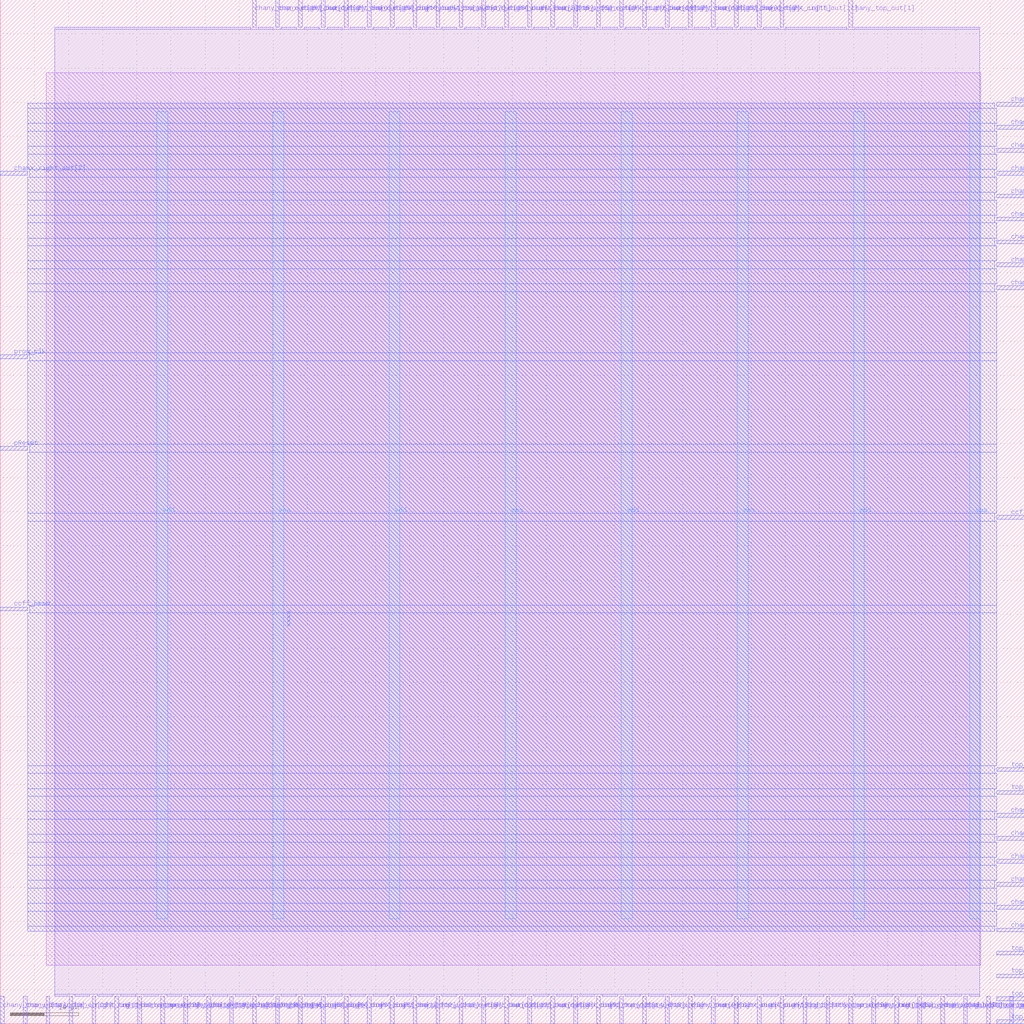
<source format=lef>
VERSION 5.7 ;
  NOWIREEXTENSIONATPIN ON ;
  DIVIDERCHAR "/" ;
  BUSBITCHARS "[]" ;
MACRO sb_0__0_
  CLASS BLOCK ;
  FOREIGN sb_0__0_ ;
  ORIGIN 0.000 0.000 ;
  SIZE 150.000 BY 150.000 ;
  PIN ccff_head
    DIRECTION INPUT ;
    USE SIGNAL ;
    ANTENNAGATEAREA 0.741000 ;
    ANTENNADIFFAREA 0.410400 ;
    PORT
      LAYER Metal3 ;
        RECT 0.000 60.480 4.000 61.040 ;
    END
  END ccff_head
  PIN ccff_tail
    DIRECTION OUTPUT TRISTATE ;
    USE SIGNAL ;
    ANTENNADIFFAREA 2.080400 ;
    PORT
      LAYER Metal3 ;
        RECT 146.000 73.920 150.000 74.480 ;
    END
  END ccff_tail
  PIN chanx_right_in[0]
    DIRECTION INPUT ;
    USE SIGNAL ;
    ANTENNAGATEAREA 0.741000 ;
    ANTENNADIFFAREA 0.410400 ;
    PORT
      LAYER Metal2 ;
        RECT 47.040 146.000 47.600 150.000 ;
    END
  END chanx_right_in[0]
  PIN chanx_right_in[10]
    DIRECTION INPUT ;
    USE SIGNAL ;
    ANTENNAGATEAREA 0.741000 ;
    ANTENNADIFFAREA 0.410400 ;
    PORT
      LAYER Metal2 ;
        RECT 110.880 146.000 111.440 150.000 ;
    END
  END chanx_right_in[10]
  PIN chanx_right_in[11]
    DIRECTION INPUT ;
    USE SIGNAL ;
    PORT
      LAYER Metal2 ;
        RECT 30.240 0.000 30.800 4.000 ;
    END
  END chanx_right_in[11]
  PIN chanx_right_in[12]
    DIRECTION INPUT ;
    USE SIGNAL ;
    PORT
      LAYER Metal2 ;
        RECT 10.080 0.000 10.640 4.000 ;
    END
  END chanx_right_in[12]
  PIN chanx_right_in[13]
    DIRECTION INPUT ;
    USE SIGNAL ;
    PORT
      LAYER Metal2 ;
        RECT 110.880 0.000 111.440 4.000 ;
    END
  END chanx_right_in[13]
  PIN chanx_right_in[14]
    DIRECTION INPUT ;
    USE SIGNAL ;
    PORT
      LAYER Metal2 ;
        RECT 144.480 0.000 145.040 4.000 ;
    END
  END chanx_right_in[14]
  PIN chanx_right_in[15]
    DIRECTION INPUT ;
    USE SIGNAL ;
    PORT
      LAYER Metal2 ;
        RECT 33.600 0.000 34.160 4.000 ;
    END
  END chanx_right_in[15]
  PIN chanx_right_in[16]
    DIRECTION INPUT ;
    USE SIGNAL ;
    PORT
      LAYER Metal2 ;
        RECT 23.520 0.000 24.080 4.000 ;
    END
  END chanx_right_in[16]
  PIN chanx_right_in[17]
    DIRECTION INPUT ;
    USE SIGNAL ;
    ANTENNAGATEAREA 0.741000 ;
    ANTENNADIFFAREA 0.410400 ;
    PORT
      LAYER Metal3 ;
        RECT 146.000 134.400 150.000 134.960 ;
    END
  END chanx_right_in[17]
  PIN chanx_right_in[18]
    DIRECTION INPUT ;
    USE SIGNAL ;
    ANTENNAGATEAREA 0.741000 ;
    ANTENNADIFFAREA 0.410400 ;
    PORT
      LAYER Metal2 ;
        RECT 53.760 146.000 54.320 150.000 ;
    END
  END chanx_right_in[18]
  PIN chanx_right_in[19]
    DIRECTION INPUT ;
    USE SIGNAL ;
    ANTENNAGATEAREA 0.741000 ;
    ANTENNADIFFAREA 0.410400 ;
    PORT
      LAYER Metal2 ;
        RECT 60.480 146.000 61.040 150.000 ;
    END
  END chanx_right_in[19]
  PIN chanx_right_in[1]
    DIRECTION INPUT ;
    USE SIGNAL ;
    PORT
      LAYER Metal2 ;
        RECT 53.760 0.000 54.320 4.000 ;
    END
  END chanx_right_in[1]
  PIN chanx_right_in[2]
    DIRECTION INPUT ;
    USE SIGNAL ;
    PORT
      LAYER Metal2 ;
        RECT 40.320 0.000 40.880 4.000 ;
    END
  END chanx_right_in[2]
  PIN chanx_right_in[3]
    DIRECTION INPUT ;
    USE SIGNAL ;
    PORT
      LAYER Metal2 ;
        RECT 47.040 0.000 47.600 4.000 ;
    END
  END chanx_right_in[3]
  PIN chanx_right_in[4]
    DIRECTION INPUT ;
    USE SIGNAL ;
    PORT
      LAYER Metal2 ;
        RECT 36.960 0.000 37.520 4.000 ;
    END
  END chanx_right_in[4]
  PIN chanx_right_in[5]
    DIRECTION INPUT ;
    USE SIGNAL ;
    PORT
      LAYER Metal2 ;
        RECT 50.400 0.000 50.960 4.000 ;
    END
  END chanx_right_in[5]
  PIN chanx_right_in[6]
    DIRECTION INPUT ;
    USE SIGNAL ;
    PORT
      LAYER Metal2 ;
        RECT 43.680 0.000 44.240 4.000 ;
    END
  END chanx_right_in[6]
  PIN chanx_right_in[7]
    DIRECTION INPUT ;
    USE SIGNAL ;
    ANTENNAGATEAREA 0.741000 ;
    ANTENNADIFFAREA 0.410400 ;
    PORT
      LAYER Metal3 ;
        RECT 146.000 13.440 150.000 14.000 ;
    END
  END chanx_right_in[7]
  PIN chanx_right_in[8]
    DIRECTION INPUT ;
    USE SIGNAL ;
    ANTENNAGATEAREA 0.741000 ;
    ANTENNADIFFAREA 0.410400 ;
    PORT
      LAYER Metal2 ;
        RECT 104.160 146.000 104.720 150.000 ;
    END
  END chanx_right_in[8]
  PIN chanx_right_in[9]
    DIRECTION INPUT ;
    USE SIGNAL ;
    ANTENNAGATEAREA 0.741000 ;
    ANTENNADIFFAREA 0.410400 ;
    PORT
      LAYER Metal2 ;
        RECT 80.640 0.000 81.200 4.000 ;
    END
  END chanx_right_in[9]
  PIN chanx_right_out[0]
    DIRECTION OUTPUT TRISTATE ;
    USE SIGNAL ;
    ANTENNADIFFAREA 0.360800 ;
    PORT
      LAYER Metal3 ;
        RECT 146.000 114.240 150.000 114.800 ;
    END
  END chanx_right_out[0]
  PIN chanx_right_out[10]
    DIRECTION OUTPUT TRISTATE ;
    USE SIGNAL ;
    ANTENNADIFFAREA 0.360800 ;
    PORT
      LAYER Metal2 ;
        RECT 73.920 0.000 74.480 4.000 ;
    END
  END chanx_right_out[10]
  PIN chanx_right_out[11]
    DIRECTION OUTPUT TRISTATE ;
    USE SIGNAL ;
    ANTENNADIFFAREA 0.360800 ;
    PORT
      LAYER Metal2 ;
        RECT 114.240 146.000 114.800 150.000 ;
    END
  END chanx_right_out[11]
  PIN chanx_right_out[12]
    DIRECTION OUTPUT TRISTATE ;
    USE SIGNAL ;
    ANTENNADIFFAREA 0.360800 ;
    PORT
      LAYER Metal2 ;
        RECT 40.320 146.000 40.880 150.000 ;
    END
  END chanx_right_out[12]
  PIN chanx_right_out[13]
    DIRECTION OUTPUT TRISTATE ;
    USE SIGNAL ;
    ANTENNADIFFAREA 0.360800 ;
    PORT
      LAYER Metal2 ;
        RECT 84.000 0.000 84.560 4.000 ;
    END
  END chanx_right_out[13]
  PIN chanx_right_out[14]
    DIRECTION OUTPUT TRISTATE ;
    USE SIGNAL ;
    ANTENNADIFFAREA 0.360800 ;
    PORT
      LAYER Metal2 ;
        RECT 124.320 0.000 124.880 4.000 ;
    END
  END chanx_right_out[14]
  PIN chanx_right_out[15]
    DIRECTION OUTPUT TRISTATE ;
    USE SIGNAL ;
    ANTENNADIFFAREA 0.360800 ;
    PORT
      LAYER Metal2 ;
        RECT 107.520 0.000 108.080 4.000 ;
    END
  END chanx_right_out[15]
  PIN chanx_right_out[16]
    DIRECTION OUTPUT TRISTATE ;
    USE SIGNAL ;
    ANTENNADIFFAREA 2.080400 ;
    PORT
      LAYER Metal2 ;
        RECT 90.720 146.000 91.280 150.000 ;
    END
  END chanx_right_out[16]
  PIN chanx_right_out[17]
    DIRECTION OUTPUT TRISTATE ;
    USE SIGNAL ;
    ANTENNADIFFAREA 2.080400 ;
    PORT
      LAYER Metal3 ;
        RECT 146.000 30.240 150.000 30.800 ;
    END
  END chanx_right_out[17]
  PIN chanx_right_out[18]
    DIRECTION OUTPUT TRISTATE ;
    USE SIGNAL ;
    ANTENNADIFFAREA 2.080400 ;
    PORT
      LAYER Metal2 ;
        RECT 97.440 146.000 98.000 150.000 ;
    END
  END chanx_right_out[18]
  PIN chanx_right_out[19]
    DIRECTION OUTPUT TRISTATE ;
    USE SIGNAL ;
    ANTENNADIFFAREA 2.080400 ;
    PORT
      LAYER Metal2 ;
        RECT 67.200 0.000 67.760 4.000 ;
    END
  END chanx_right_out[19]
  PIN chanx_right_out[1]
    DIRECTION OUTPUT TRISTATE ;
    USE SIGNAL ;
    ANTENNADIFFAREA 0.360800 ;
    PORT
      LAYER Metal2 ;
        RECT 57.120 146.000 57.680 150.000 ;
    END
  END chanx_right_out[1]
  PIN chanx_right_out[2]
    DIRECTION OUTPUT TRISTATE ;
    USE SIGNAL ;
    ANTENNADIFFAREA 0.360800 ;
    PORT
      LAYER Metal3 ;
        RECT 0.000 124.320 4.000 124.880 ;
    END
  END chanx_right_out[2]
  PIN chanx_right_out[3]
    DIRECTION OUTPUT TRISTATE ;
    USE SIGNAL ;
    ANTENNADIFFAREA 0.360800 ;
    PORT
      LAYER Metal2 ;
        RECT 73.920 146.000 74.480 150.000 ;
    END
  END chanx_right_out[3]
  PIN chanx_right_out[4]
    DIRECTION OUTPUT TRISTATE ;
    USE SIGNAL ;
    ANTENNADIFFAREA 0.360800 ;
    PORT
      LAYER Metal2 ;
        RECT 70.560 146.000 71.120 150.000 ;
    END
  END chanx_right_out[4]
  PIN chanx_right_out[5]
    DIRECTION OUTPUT TRISTATE ;
    USE SIGNAL ;
    ANTENNADIFFAREA 0.360800 ;
    PORT
      LAYER Metal3 ;
        RECT 146.000 117.600 150.000 118.160 ;
    END
  END chanx_right_out[5]
  PIN chanx_right_out[6]
    DIRECTION OUTPUT TRISTATE ;
    USE SIGNAL ;
    ANTENNADIFFAREA 2.080400 ;
    PORT
      LAYER Metal2 ;
        RECT 87.360 146.000 87.920 150.000 ;
    END
  END chanx_right_out[6]
  PIN chanx_right_out[7]
    DIRECTION OUTPUT TRISTATE ;
    USE SIGNAL ;
    ANTENNADIFFAREA 2.080400 ;
    PORT
      LAYER Metal2 ;
        RECT 104.160 0.000 104.720 4.000 ;
    END
  END chanx_right_out[7]
  PIN chanx_right_out[8]
    DIRECTION OUTPUT TRISTATE ;
    USE SIGNAL ;
    ANTENNADIFFAREA 1.986000 ;
    PORT
      LAYER Metal3 ;
        RECT 146.000 110.880 150.000 111.440 ;
    END
  END chanx_right_out[8]
  PIN chanx_right_out[9]
    DIRECTION OUTPUT TRISTATE ;
    USE SIGNAL ;
    ANTENNADIFFAREA 2.080400 ;
    PORT
      LAYER Metal2 ;
        RECT 97.440 0.000 98.000 4.000 ;
    END
  END chanx_right_out[9]
  PIN chany_top_in[0]
    DIRECTION INPUT ;
    USE SIGNAL ;
    PORT
      LAYER Metal2 ;
        RECT 3.360 0.000 3.920 4.000 ;
    END
  END chany_top_in[0]
  PIN chany_top_in[10]
    DIRECTION INPUT ;
    USE SIGNAL ;
    PORT
      LAYER Metal2 ;
        RECT 6.720 0.000 7.280 4.000 ;
    END
  END chany_top_in[10]
  PIN chany_top_in[11]
    DIRECTION INPUT ;
    USE SIGNAL ;
    PORT
      LAYER Metal2 ;
        RECT 114.240 0.000 114.800 4.000 ;
    END
  END chany_top_in[11]
  PIN chany_top_in[12]
    DIRECTION INPUT ;
    USE SIGNAL ;
    PORT
      LAYER Metal2 ;
        RECT 57.120 0.000 57.680 4.000 ;
    END
  END chany_top_in[12]
  PIN chany_top_in[13]
    DIRECTION INPUT ;
    USE SIGNAL ;
    PORT
      LAYER Metal2 ;
        RECT 90.720 0.000 91.280 4.000 ;
    END
  END chany_top_in[13]
  PIN chany_top_in[14]
    DIRECTION INPUT ;
    USE SIGNAL ;
    PORT
      LAYER Metal2 ;
        RECT 0.000 0.000 0.560 4.000 ;
    END
  END chany_top_in[14]
  PIN chany_top_in[15]
    DIRECTION INPUT ;
    USE SIGNAL ;
    ANTENNAGATEAREA 0.741000 ;
    ANTENNADIFFAREA 0.410400 ;
    PORT
      LAYER Metal2 ;
        RECT 77.280 146.000 77.840 150.000 ;
    END
  END chany_top_in[15]
  PIN chany_top_in[16]
    DIRECTION INPUT ;
    USE SIGNAL ;
    ANTENNAGATEAREA 0.741000 ;
    ANTENNADIFFAREA 0.410400 ;
    PORT
      LAYER Metal3 ;
        RECT 146.000 26.880 150.000 27.440 ;
    END
  END chany_top_in[16]
  PIN chany_top_in[17]
    DIRECTION INPUT ;
    USE SIGNAL ;
    ANTENNAGATEAREA 0.741000 ;
    ANTENNADIFFAREA 0.410400 ;
    PORT
      LAYER Metal2 ;
        RECT 94.080 146.000 94.640 150.000 ;
    END
  END chany_top_in[17]
  PIN chany_top_in[18]
    DIRECTION INPUT ;
    USE SIGNAL ;
    ANTENNAGATEAREA 0.741000 ;
    ANTENNADIFFAREA 0.410400 ;
    PORT
      LAYER Metal2 ;
        RECT 60.480 0.000 61.040 4.000 ;
    END
  END chany_top_in[18]
  PIN chany_top_in[19]
    DIRECTION INPUT ;
    USE SIGNAL ;
    PORT
      LAYER Metal2 ;
        RECT 26.880 0.000 27.440 4.000 ;
    END
  END chany_top_in[19]
  PIN chany_top_in[1]
    DIRECTION INPUT ;
    USE SIGNAL ;
    PORT
      LAYER Metal2 ;
        RECT 137.760 0.000 138.320 4.000 ;
    END
  END chany_top_in[1]
  PIN chany_top_in[2]
    DIRECTION INPUT ;
    USE SIGNAL ;
    PORT
      LAYER Metal2 ;
        RECT 20.160 0.000 20.720 4.000 ;
    END
  END chany_top_in[2]
  PIN chany_top_in[3]
    DIRECTION INPUT ;
    USE SIGNAL ;
    PORT
      LAYER Metal2 ;
        RECT 127.680 0.000 128.240 4.000 ;
    END
  END chany_top_in[3]
  PIN chany_top_in[4]
    DIRECTION INPUT ;
    USE SIGNAL ;
    PORT
      LAYER Metal2 ;
        RECT 134.400 0.000 134.960 4.000 ;
    END
  END chany_top_in[4]
  PIN chany_top_in[5]
    DIRECTION INPUT ;
    USE SIGNAL ;
    ANTENNAGATEAREA 0.741000 ;
    ANTENNADIFFAREA 0.410400 ;
    PORT
      LAYER Metal2 ;
        RECT 80.640 146.000 81.200 150.000 ;
    END
  END chany_top_in[5]
  PIN chany_top_in[6]
    DIRECTION INPUT ;
    USE SIGNAL ;
    ANTENNAGATEAREA 0.741000 ;
    ANTENNADIFFAREA 0.410400 ;
    PORT
      LAYER Metal2 ;
        RECT 100.800 0.000 101.360 4.000 ;
    END
  END chany_top_in[6]
  PIN chany_top_in[7]
    DIRECTION INPUT ;
    USE SIGNAL ;
    ANTENNAGATEAREA 0.741000 ;
    ANTENNADIFFAREA 0.410400 ;
    PORT
      LAYER Metal3 ;
        RECT 146.000 107.520 150.000 108.080 ;
    END
  END chany_top_in[7]
  PIN chany_top_in[8]
    DIRECTION INPUT ;
    USE SIGNAL ;
    ANTENNAGATEAREA 0.741000 ;
    ANTENNADIFFAREA 0.410400 ;
    PORT
      LAYER Metal2 ;
        RECT 94.080 0.000 94.640 4.000 ;
    END
  END chany_top_in[8]
  PIN chany_top_in[9]
    DIRECTION INPUT ;
    USE SIGNAL ;
    PORT
      LAYER Metal2 ;
        RECT 120.960 0.000 121.520 4.000 ;
    END
  END chany_top_in[9]
  PIN chany_top_out[0]
    DIRECTION OUTPUT TRISTATE ;
    USE SIGNAL ;
    ANTENNADIFFAREA 0.360800 ;
    PORT
      LAYER Metal3 ;
        RECT 146.000 131.040 150.000 131.600 ;
    END
  END chany_top_out[0]
  PIN chany_top_out[10]
    DIRECTION OUTPUT TRISTATE ;
    USE SIGNAL ;
    ANTENNADIFFAREA 0.360800 ;
    PORT
      LAYER Metal2 ;
        RECT 36.960 146.000 37.520 150.000 ;
    END
  END chany_top_out[10]
  PIN chany_top_out[11]
    DIRECTION OUTPUT TRISTATE ;
    USE SIGNAL ;
    ANTENNADIFFAREA 0.360800 ;
    PORT
      LAYER Metal3 ;
        RECT 146.000 124.320 150.000 124.880 ;
    END
  END chany_top_out[11]
  PIN chany_top_out[12]
    DIRECTION OUTPUT TRISTATE ;
    USE SIGNAL ;
    ANTENNADIFFAREA 0.360800 ;
    PORT
      LAYER Metal2 ;
        RECT 70.560 0.000 71.120 4.000 ;
    END
  END chany_top_out[12]
  PIN chany_top_out[13]
    DIRECTION OUTPUT TRISTATE ;
    USE SIGNAL ;
    ANTENNADIFFAREA 0.360800 ;
    PORT
      LAYER Metal2 ;
        RECT 100.800 146.000 101.360 150.000 ;
    END
  END chany_top_out[13]
  PIN chany_top_out[14]
    DIRECTION OUTPUT TRISTATE ;
    USE SIGNAL ;
    ANTENNADIFFAREA 0.360800 ;
    PORT
      LAYER Metal2 ;
        RECT 87.360 0.000 87.920 4.000 ;
    END
  END chany_top_out[14]
  PIN chany_top_out[15]
    DIRECTION OUTPUT TRISTATE ;
    USE SIGNAL ;
    ANTENNADIFFAREA 0.360800 ;
    PORT
      LAYER Metal3 ;
        RECT 146.000 120.960 150.000 121.520 ;
    END
  END chany_top_out[15]
  PIN chany_top_out[16]
    DIRECTION OUTPUT TRISTATE ;
    USE SIGNAL ;
    ANTENNADIFFAREA 1.986000 ;
    PORT
      LAYER Metal3 ;
        RECT 146.000 127.680 150.000 128.240 ;
    END
  END chany_top_out[16]
  PIN chany_top_out[17]
    DIRECTION OUTPUT TRISTATE ;
    USE SIGNAL ;
    ANTENNADIFFAREA 2.080400 ;
    PORT
      LAYER Metal2 ;
        RECT 63.840 146.000 64.400 150.000 ;
    END
  END chany_top_out[17]
  PIN chany_top_out[18]
    DIRECTION OUTPUT TRISTATE ;
    USE SIGNAL ;
    ANTENNADIFFAREA 2.080400 ;
    PORT
      LAYER Metal2 ;
        RECT 67.200 146.000 67.760 150.000 ;
    END
  END chany_top_out[18]
  PIN chany_top_out[19]
    DIRECTION OUTPUT TRISTATE ;
    USE SIGNAL ;
    ANTENNADIFFAREA 2.080400 ;
    PORT
      LAYER Metal2 ;
        RECT 50.400 146.000 50.960 150.000 ;
    END
  END chany_top_out[19]
  PIN chany_top_out[1]
    DIRECTION OUTPUT TRISTATE ;
    USE SIGNAL ;
    ANTENNADIFFAREA 0.360800 ;
    PORT
      LAYER Metal2 ;
        RECT 124.320 146.000 124.880 150.000 ;
    END
  END chany_top_out[1]
  PIN chany_top_out[2]
    DIRECTION OUTPUT TRISTATE ;
    USE SIGNAL ;
    ANTENNADIFFAREA 0.360800 ;
    PORT
      LAYER Metal2 ;
        RECT 43.680 146.000 44.240 150.000 ;
    END
  END chany_top_out[2]
  PIN chany_top_out[3]
    DIRECTION OUTPUT TRISTATE ;
    USE SIGNAL ;
    ANTENNADIFFAREA 0.360800 ;
    PORT
      LAYER Metal3 ;
        RECT 146.000 16.800 150.000 17.360 ;
    END
  END chany_top_out[3]
  PIN chany_top_out[4]
    DIRECTION OUTPUT TRISTATE ;
    USE SIGNAL ;
    ANTENNADIFFAREA 0.360800 ;
    PORT
      LAYER Metal3 ;
        RECT 146.000 23.520 150.000 24.080 ;
    END
  END chany_top_out[4]
  PIN chany_top_out[5]
    DIRECTION OUTPUT TRISTATE ;
    USE SIGNAL ;
    ANTENNADIFFAREA 0.360800 ;
    PORT
      LAYER Metal2 ;
        RECT 63.840 0.000 64.400 4.000 ;
    END
  END chany_top_out[5]
  PIN chany_top_out[6]
    DIRECTION OUTPUT TRISTATE ;
    USE SIGNAL ;
    ANTENNADIFFAREA 2.080400 ;
    PORT
      LAYER Metal3 ;
        RECT 146.000 20.160 150.000 20.720 ;
    END
  END chany_top_out[6]
  PIN chany_top_out[7]
    DIRECTION OUTPUT TRISTATE ;
    USE SIGNAL ;
    ANTENNADIFFAREA 2.080400 ;
    PORT
      LAYER Metal2 ;
        RECT 107.520 146.000 108.080 150.000 ;
    END
  END chany_top_out[7]
  PIN chany_top_out[8]
    DIRECTION OUTPUT TRISTATE ;
    USE SIGNAL ;
    ANTENNADIFFAREA 2.080400 ;
    PORT
      LAYER Metal2 ;
        RECT 77.280 0.000 77.840 4.000 ;
    END
  END chany_top_out[8]
  PIN chany_top_out[9]
    DIRECTION OUTPUT TRISTATE ;
    USE SIGNAL ;
    ANTENNADIFFAREA 2.080400 ;
    PORT
      LAYER Metal2 ;
        RECT 84.000 146.000 84.560 150.000 ;
    END
  END chany_top_out[9]
  PIN pReset
    DIRECTION INPUT ;
    USE SIGNAL ;
    ANTENNAGATEAREA 0.726000 ;
    ANTENNADIFFAREA 0.410400 ;
    PORT
      LAYER Metal3 ;
        RECT 0.000 84.000 4.000 84.560 ;
    END
  END pReset
  PIN prog_clk
    DIRECTION INPUT ;
    USE SIGNAL ;
    ANTENNAGATEAREA 4.738000 ;
    ANTENNADIFFAREA 0.410400 ;
    PORT
      LAYER Metal3 ;
        RECT 0.000 97.440 4.000 98.000 ;
    END
  END prog_clk
  PIN right_bottom_grid_top_width_0_height_0_subtile_0__pin_inpad_0_
    DIRECTION INPUT ;
    USE SIGNAL ;
    PORT
      LAYER Metal2 ;
        RECT 16.800 0.000 17.360 4.000 ;
    END
  END right_bottom_grid_top_width_0_height_0_subtile_0__pin_inpad_0_
  PIN right_bottom_grid_top_width_0_height_0_subtile_1__pin_inpad_0_
    DIRECTION INPUT ;
    USE SIGNAL ;
    PORT
      LAYER Metal2 ;
        RECT 147.840 0.000 148.400 4.000 ;
    END
  END right_bottom_grid_top_width_0_height_0_subtile_1__pin_inpad_0_
  PIN right_bottom_grid_top_width_0_height_0_subtile_2__pin_inpad_0_
    DIRECTION INPUT ;
    USE SIGNAL ;
    PORT
      LAYER Metal2 ;
        RECT 117.600 0.000 118.160 4.000 ;
    END
  END right_bottom_grid_top_width_0_height_0_subtile_2__pin_inpad_0_
  PIN right_bottom_grid_top_width_0_height_0_subtile_3__pin_inpad_0_
    DIRECTION INPUT ;
    USE SIGNAL ;
    PORT
      LAYER Metal2 ;
        RECT 141.120 0.000 141.680 4.000 ;
    END
  END right_bottom_grid_top_width_0_height_0_subtile_3__pin_inpad_0_
  PIN right_top_grid_bottom_width_0_height_0_subtile_0__pin_O_2_
    DIRECTION INPUT ;
    USE SIGNAL ;
    PORT
      LAYER Metal2 ;
        RECT 131.040 0.000 131.600 4.000 ;
    END
  END right_top_grid_bottom_width_0_height_0_subtile_0__pin_O_2_
  PIN right_top_grid_bottom_width_0_height_0_subtile_0__pin_O_6_
    DIRECTION INPUT ;
    USE SIGNAL ;
    PORT
      LAYER Metal2 ;
        RECT 13.440 0.000 14.000 4.000 ;
    END
  END right_top_grid_bottom_width_0_height_0_subtile_0__pin_O_6_
  PIN top_left_grid_right_width_0_height_0_subtile_0__pin_inpad_0_
    DIRECTION INPUT ;
    USE SIGNAL ;
    PORT
      LAYER Metal3 ;
        RECT 146.000 6.720 150.000 7.280 ;
    END
  END top_left_grid_right_width_0_height_0_subtile_0__pin_inpad_0_
  PIN top_left_grid_right_width_0_height_0_subtile_1__pin_inpad_0_
    DIRECTION INPUT ;
    USE SIGNAL ;
    PORT
      LAYER Metal3 ;
        RECT 146.000 10.080 150.000 10.640 ;
    END
  END top_left_grid_right_width_0_height_0_subtile_1__pin_inpad_0_
  PIN top_left_grid_right_width_0_height_0_subtile_2__pin_inpad_0_
    DIRECTION INPUT ;
    USE SIGNAL ;
    PORT
      LAYER Metal3 ;
        RECT 146.000 36.960 150.000 37.520 ;
    END
  END top_left_grid_right_width_0_height_0_subtile_2__pin_inpad_0_
  PIN top_left_grid_right_width_0_height_0_subtile_3__pin_inpad_0_
    DIRECTION INPUT ;
    USE SIGNAL ;
    PORT
      LAYER Metal3 ;
        RECT 146.000 33.600 150.000 34.160 ;
    END
  END top_left_grid_right_width_0_height_0_subtile_3__pin_inpad_0_
  PIN top_right_grid_left_width_0_height_0_subtile_0__pin_O_3_
    DIRECTION INPUT ;
    USE SIGNAL ;
    PORT
      LAYER Metal3 ;
        RECT 146.000 0.000 150.000 0.560 ;
    END
  END top_right_grid_left_width_0_height_0_subtile_0__pin_O_3_
  PIN top_right_grid_left_width_0_height_0_subtile_0__pin_O_7_
    DIRECTION INPUT ;
    USE SIGNAL ;
    PORT
      LAYER Metal3 ;
        RECT 146.000 3.360 150.000 3.920 ;
    END
  END top_right_grid_left_width_0_height_0_subtile_0__pin_O_7_
  PIN vdd
    DIRECTION INOUT ;
    USE POWER ;
    PORT
      LAYER Metal4 ;
        RECT 22.930 15.380 24.530 133.580 ;
    END
    PORT
      LAYER Metal4 ;
        RECT 56.950 15.380 58.550 133.580 ;
    END
    PORT
      LAYER Metal4 ;
        RECT 90.970 15.380 92.570 133.580 ;
    END
    PORT
      LAYER Metal4 ;
        RECT 124.990 15.380 126.590 133.580 ;
    END
  END vdd
  PIN vss
    DIRECTION INOUT ;
    USE GROUND ;
    PORT
      LAYER Metal4 ;
        RECT 39.940 15.380 41.540 133.580 ;
    END
    PORT
      LAYER Metal4 ;
        RECT 73.960 15.380 75.560 133.580 ;
    END
    PORT
      LAYER Metal4 ;
        RECT 107.980 15.380 109.580 133.580 ;
    END
    PORT
      LAYER Metal4 ;
        RECT 142.000 15.380 143.600 133.580 ;
    END
  END vss
  OBS
      LAYER Metal1 ;
        RECT 6.720 8.550 143.600 139.290 ;
      LAYER Metal2 ;
        RECT 7.980 145.700 36.660 146.000 ;
        RECT 37.820 145.700 40.020 146.000 ;
        RECT 41.180 145.700 43.380 146.000 ;
        RECT 44.540 145.700 46.740 146.000 ;
        RECT 47.900 145.700 50.100 146.000 ;
        RECT 51.260 145.700 53.460 146.000 ;
        RECT 54.620 145.700 56.820 146.000 ;
        RECT 57.980 145.700 60.180 146.000 ;
        RECT 61.340 145.700 63.540 146.000 ;
        RECT 64.700 145.700 66.900 146.000 ;
        RECT 68.060 145.700 70.260 146.000 ;
        RECT 71.420 145.700 73.620 146.000 ;
        RECT 74.780 145.700 76.980 146.000 ;
        RECT 78.140 145.700 80.340 146.000 ;
        RECT 81.500 145.700 83.700 146.000 ;
        RECT 84.860 145.700 87.060 146.000 ;
        RECT 88.220 145.700 90.420 146.000 ;
        RECT 91.580 145.700 93.780 146.000 ;
        RECT 94.940 145.700 97.140 146.000 ;
        RECT 98.300 145.700 100.500 146.000 ;
        RECT 101.660 145.700 103.860 146.000 ;
        RECT 105.020 145.700 107.220 146.000 ;
        RECT 108.380 145.700 110.580 146.000 ;
        RECT 111.740 145.700 113.940 146.000 ;
        RECT 115.100 145.700 124.020 146.000 ;
        RECT 125.180 145.700 143.460 146.000 ;
        RECT 7.980 4.300 143.460 145.700 ;
        RECT 7.980 4.000 9.780 4.300 ;
        RECT 10.940 4.000 13.140 4.300 ;
        RECT 14.300 4.000 16.500 4.300 ;
        RECT 17.660 4.000 19.860 4.300 ;
        RECT 21.020 4.000 23.220 4.300 ;
        RECT 24.380 4.000 26.580 4.300 ;
        RECT 27.740 4.000 29.940 4.300 ;
        RECT 31.100 4.000 33.300 4.300 ;
        RECT 34.460 4.000 36.660 4.300 ;
        RECT 37.820 4.000 40.020 4.300 ;
        RECT 41.180 4.000 43.380 4.300 ;
        RECT 44.540 4.000 46.740 4.300 ;
        RECT 47.900 4.000 50.100 4.300 ;
        RECT 51.260 4.000 53.460 4.300 ;
        RECT 54.620 4.000 56.820 4.300 ;
        RECT 57.980 4.000 60.180 4.300 ;
        RECT 61.340 4.000 63.540 4.300 ;
        RECT 64.700 4.000 66.900 4.300 ;
        RECT 68.060 4.000 70.260 4.300 ;
        RECT 71.420 4.000 73.620 4.300 ;
        RECT 74.780 4.000 76.980 4.300 ;
        RECT 78.140 4.000 80.340 4.300 ;
        RECT 81.500 4.000 83.700 4.300 ;
        RECT 84.860 4.000 87.060 4.300 ;
        RECT 88.220 4.000 90.420 4.300 ;
        RECT 91.580 4.000 93.780 4.300 ;
        RECT 94.940 4.000 97.140 4.300 ;
        RECT 98.300 4.000 100.500 4.300 ;
        RECT 101.660 4.000 103.860 4.300 ;
        RECT 105.020 4.000 107.220 4.300 ;
        RECT 108.380 4.000 110.580 4.300 ;
        RECT 111.740 4.000 113.940 4.300 ;
        RECT 115.100 4.000 117.300 4.300 ;
        RECT 118.460 4.000 120.660 4.300 ;
        RECT 121.820 4.000 124.020 4.300 ;
        RECT 125.180 4.000 127.380 4.300 ;
        RECT 128.540 4.000 130.740 4.300 ;
        RECT 131.900 4.000 134.100 4.300 ;
        RECT 135.260 4.000 137.460 4.300 ;
        RECT 138.620 4.000 140.820 4.300 ;
        RECT 141.980 4.000 143.460 4.300 ;
      LAYER Metal3 ;
        RECT 4.000 134.100 145.700 134.820 ;
        RECT 4.000 131.900 146.000 134.100 ;
        RECT 4.000 130.740 145.700 131.900 ;
        RECT 4.000 128.540 146.000 130.740 ;
        RECT 4.000 127.380 145.700 128.540 ;
        RECT 4.000 125.180 146.000 127.380 ;
        RECT 4.300 124.020 145.700 125.180 ;
        RECT 4.000 121.820 146.000 124.020 ;
        RECT 4.000 120.660 145.700 121.820 ;
        RECT 4.000 118.460 146.000 120.660 ;
        RECT 4.000 117.300 145.700 118.460 ;
        RECT 4.000 115.100 146.000 117.300 ;
        RECT 4.000 113.940 145.700 115.100 ;
        RECT 4.000 111.740 146.000 113.940 ;
        RECT 4.000 110.580 145.700 111.740 ;
        RECT 4.000 108.380 146.000 110.580 ;
        RECT 4.000 107.220 145.700 108.380 ;
        RECT 4.000 98.300 146.000 107.220 ;
        RECT 4.300 97.140 146.000 98.300 ;
        RECT 4.000 84.860 146.000 97.140 ;
        RECT 4.300 83.700 146.000 84.860 ;
        RECT 4.000 74.780 146.000 83.700 ;
        RECT 4.000 73.620 145.700 74.780 ;
        RECT 4.000 61.340 146.000 73.620 ;
        RECT 4.300 60.180 146.000 61.340 ;
        RECT 4.000 37.820 146.000 60.180 ;
        RECT 4.000 36.660 145.700 37.820 ;
        RECT 4.000 34.460 146.000 36.660 ;
        RECT 4.000 33.300 145.700 34.460 ;
        RECT 4.000 31.100 146.000 33.300 ;
        RECT 4.000 29.940 145.700 31.100 ;
        RECT 4.000 27.740 146.000 29.940 ;
        RECT 4.000 26.580 145.700 27.740 ;
        RECT 4.000 24.380 146.000 26.580 ;
        RECT 4.000 23.220 145.700 24.380 ;
        RECT 4.000 21.020 146.000 23.220 ;
        RECT 4.000 19.860 145.700 21.020 ;
        RECT 4.000 17.660 146.000 19.860 ;
        RECT 4.000 16.500 145.700 17.660 ;
        RECT 4.000 14.300 146.000 16.500 ;
        RECT 4.000 13.580 145.700 14.300 ;
      LAYER Metal4 ;
        RECT 42.140 58.330 42.420 60.390 ;
  END
END sb_0__0_
END LIBRARY


</source>
